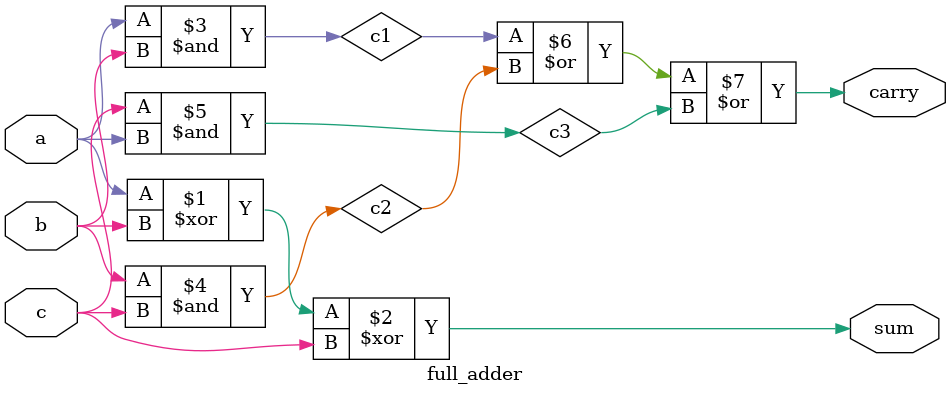
<source format=v>
module full_adder(input a,b,c,output sum,carry);
  wire c1,c2,c3;
  xor x1(sum,a,b,c);
  and a1(c1,a,b);
  and a2(c2,b,c);
  and a3(c3,c,a);
  or o1(carry,c1,c2,c3);
  
  //assign sum = (a^b^c);
  //assign carry = ((a&b)|(b&c)|(c&a));
endmodule


</source>
